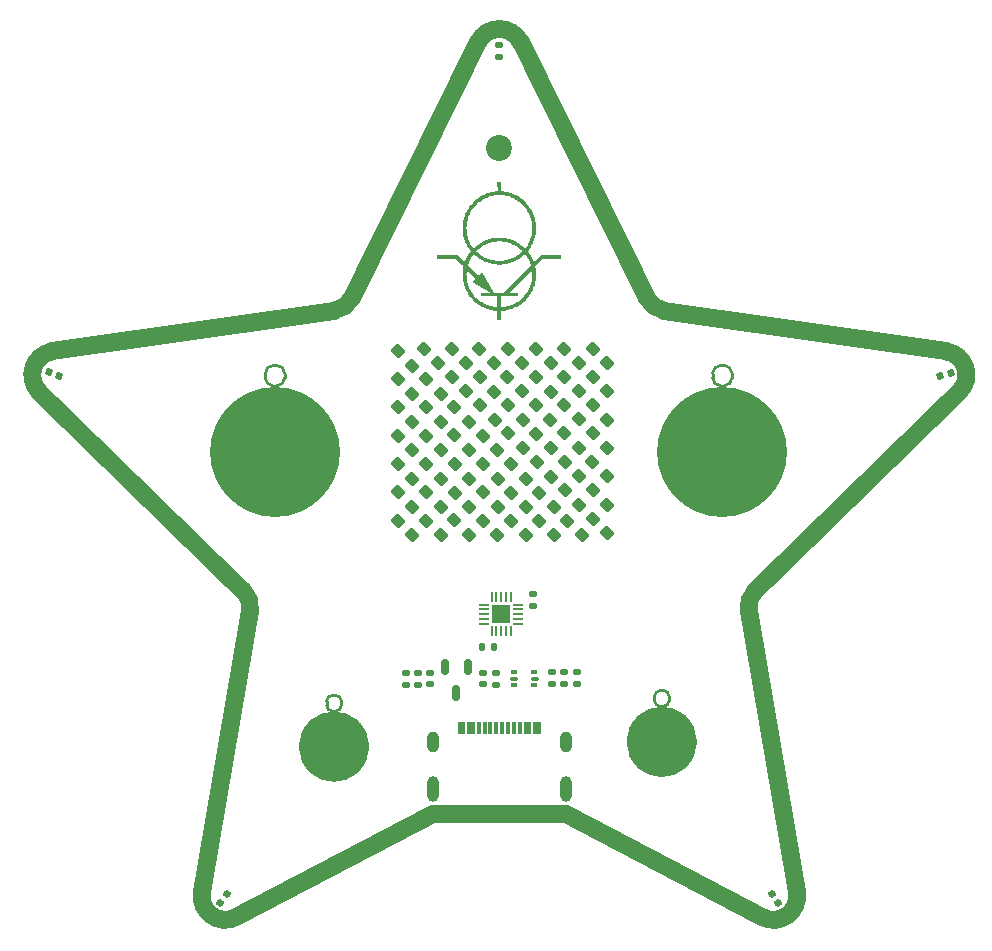
<source format=gbr>
%TF.GenerationSoftware,KiCad,Pcbnew,8.0.6*%
%TF.CreationDate,2024-11-25T17:42:41+01:00*%
%TF.ProjectId,star,73746172-2e6b-4696-9361-645f70636258,rev?*%
%TF.SameCoordinates,Original*%
%TF.FileFunction,Soldermask,Top*%
%TF.FilePolarity,Negative*%
%FSLAX46Y46*%
G04 Gerber Fmt 4.6, Leading zero omitted, Abs format (unit mm)*
G04 Created by KiCad (PCBNEW 8.0.6) date 2024-11-25 17:42:41*
%MOMM*%
%LPD*%
G01*
G04 APERTURE LIST*
G04 Aperture macros list*
%AMRoundRect*
0 Rectangle with rounded corners*
0 $1 Rounding radius*
0 $2 $3 $4 $5 $6 $7 $8 $9 X,Y pos of 4 corners*
0 Add a 4 corners polygon primitive as box body*
4,1,4,$2,$3,$4,$5,$6,$7,$8,$9,$2,$3,0*
0 Add four circle primitives for the rounded corners*
1,1,$1+$1,$2,$3*
1,1,$1+$1,$4,$5*
1,1,$1+$1,$6,$7*
1,1,$1+$1,$8,$9*
0 Add four rect primitives between the rounded corners*
20,1,$1+$1,$2,$3,$4,$5,0*
20,1,$1+$1,$4,$5,$6,$7,0*
20,1,$1+$1,$6,$7,$8,$9,0*
20,1,$1+$1,$8,$9,$2,$3,0*%
G04 Aperture macros list end*
%ADD10C,1.500000*%
%ADD11C,0.250000*%
%ADD12C,3.002104*%
%ADD13C,0.000000*%
%ADD14RoundRect,0.237500X0.371231X-0.035355X-0.035355X0.371231X-0.371231X0.035355X0.035355X-0.371231X0*%
%ADD15RoundRect,0.140000X0.185681X0.118417X-0.080615X0.204942X-0.185681X-0.118417X0.080615X-0.204942X0*%
%ADD16RoundRect,0.135000X0.185000X-0.135000X0.185000X0.135000X-0.185000X0.135000X-0.185000X-0.135000X0*%
%ADD17RoundRect,0.140000X-0.170000X0.140000X-0.170000X-0.140000X0.170000X-0.140000X0.170000X0.140000X0*%
%ADD18R,0.300000X1.100000*%
%ADD19O,1.000000X1.800000*%
%ADD20O,1.000000X2.200000*%
%ADD21O,11.010000X11.010000*%
%ADD22RoundRect,0.140000X-0.055243X0.213186X-0.219823X-0.013339X0.055243X-0.213186X0.219823X0.013339X0*%
%ADD23C,2.200000*%
%ADD24RoundRect,0.050000X0.375000X0.050000X-0.375000X0.050000X-0.375000X-0.050000X0.375000X-0.050000X0*%
%ADD25RoundRect,0.050000X0.050000X0.375000X-0.050000X0.375000X-0.050000X-0.375000X0.050000X-0.375000X0*%
%ADD26R,1.650000X1.650000*%
%ADD27RoundRect,0.140000X0.170000X-0.140000X0.170000X0.140000X-0.170000X0.140000X-0.170000X-0.140000X0*%
%ADD28RoundRect,0.093750X-0.156250X-0.093750X0.156250X-0.093750X0.156250X0.093750X-0.156250X0.093750X0*%
%ADD29RoundRect,0.075000X-0.250000X-0.075000X0.250000X-0.075000X0.250000X0.075000X-0.250000X0.075000X0*%
%ADD30RoundRect,0.135000X0.135000X0.185000X-0.135000X0.185000X-0.135000X-0.185000X0.135000X-0.185000X0*%
%ADD31RoundRect,0.150000X-0.150000X0.512500X-0.150000X-0.512500X0.150000X-0.512500X0.150000X0.512500X0*%
%ADD32RoundRect,0.140000X-0.219823X0.013339X-0.055243X-0.213186X0.219823X-0.013339X0.055243X0.213186X0*%
%ADD33RoundRect,0.140000X-0.080615X-0.204942X0.185681X-0.118417X0.080615X0.204942X-0.185681X0.118417X0*%
G04 APERTURE END LIST*
D10*
X161011162Y-93720518D02*
X137146810Y-90252824D01*
X161011162Y-93720518D02*
G75*
G02*
X162119525Y-97131840I-287662J-1979182D01*
G01*
D11*
X141225000Y-95937681D02*
X141225000Y-95587681D01*
X109800000Y-123325000D02*
X109800000Y-123675000D01*
D10*
X144275988Y-115734704D02*
G75*
G02*
X144851174Y-113964433I1971212J338104D01*
G01*
X100899622Y-141610463D02*
G75*
G02*
X97997609Y-139502198I-930822J1770163D01*
G01*
D11*
X137553553Y-122921447D02*
X137553553Y-123271447D01*
X141925000Y-96637681D02*
G75*
G02*
X141225019Y-95937681I0J699981D01*
G01*
D10*
X117550000Y-132855000D02*
X128790000Y-132855000D01*
X84230412Y-97131904D02*
X101498819Y-113964441D01*
D11*
X137053553Y-123771447D02*
X136803553Y-123771447D01*
X109300000Y-122825000D02*
G75*
G02*
X109800000Y-123325000I0J-500000D01*
G01*
X137553553Y-123271447D02*
G75*
G02*
X137053553Y-123771353I-499953J47D01*
G01*
X104300000Y-96637681D02*
X104050000Y-96637681D01*
D12*
X138427501Y-126771447D02*
G75*
G02*
X135425397Y-126771447I-1501052J0D01*
G01*
X135425397Y-126771447D02*
G75*
G02*
X138427501Y-126771447I1501052J0D01*
G01*
D10*
X135640935Y-89158742D02*
X124968472Y-67533971D01*
D11*
X103350000Y-95587681D02*
G75*
G02*
X104050000Y-94887700I700000J-19D01*
G01*
D10*
X137146810Y-90252824D02*
G75*
G02*
X135640975Y-89158723I287590J1979124D01*
G01*
X109203190Y-90252824D02*
X85338838Y-93720518D01*
D11*
X105000000Y-95587681D02*
X105000000Y-95937681D01*
X136803553Y-122421447D02*
X137053553Y-122421447D01*
X103350000Y-95937681D02*
X103350000Y-95587681D01*
D10*
X145450915Y-141611677D02*
X128790000Y-132855000D01*
X102074012Y-115734704D02*
X97997569Y-139502191D01*
X84230412Y-97131904D02*
G75*
G02*
X85338837Y-93720513I1396028J1432174D01*
G01*
D11*
X109050000Y-124175000D02*
G75*
G02*
X108550000Y-123675000I0J500000D01*
G01*
X109300000Y-124175000D02*
X109050000Y-124175000D01*
X108550000Y-123675000D02*
X108550000Y-123325000D01*
D10*
X117550000Y-132855000D02*
X100899622Y-141610463D01*
D11*
X142875000Y-95587681D02*
X142875000Y-95937681D01*
X142175000Y-96637681D02*
X141925000Y-96637681D01*
X104300000Y-94887681D02*
G75*
G02*
X105000019Y-95587681I0J-700019D01*
G01*
X104050000Y-96637681D02*
G75*
G02*
X103350019Y-95937681I0J699981D01*
G01*
D10*
X148352607Y-139503215D02*
G75*
G02*
X145450924Y-141611660I-1971207J-338085D01*
G01*
X148352607Y-139503215D02*
X144275988Y-115734704D01*
D11*
X137053553Y-122421447D02*
G75*
G02*
X137553553Y-122921447I47J-499953D01*
G01*
X109800000Y-123675000D02*
G75*
G02*
X109300000Y-124175000I-500000J0D01*
G01*
D10*
X110709065Y-89158742D02*
G75*
G02*
X109203188Y-90252813I-1793465J885142D01*
G01*
D11*
X136803553Y-123771447D02*
G75*
G02*
X136303553Y-123271447I47J500047D01*
G01*
X136303553Y-122921447D02*
G75*
G02*
X136803553Y-122421353I500047J47D01*
G01*
D10*
X101498819Y-113964441D02*
G75*
G02*
X102073973Y-115734697I-1396119J-1432159D01*
G01*
X162119588Y-97131904D02*
X144851181Y-113964441D01*
X121381528Y-67533972D02*
G75*
G02*
X124968472Y-67533971I1793472J-885128D01*
G01*
D11*
X108550000Y-123325000D02*
G75*
G02*
X109050000Y-122825000I500000J0D01*
G01*
X105000000Y-95937681D02*
G75*
G02*
X104300000Y-96637700I-700000J-19D01*
G01*
D13*
G36*
X126283811Y-83385644D02*
G01*
X126275249Y-83518536D01*
X126261051Y-83650579D01*
X126241280Y-83781601D01*
X126215994Y-83911434D01*
X126185255Y-84039906D01*
X126149122Y-84166848D01*
X126107657Y-84292090D01*
X126060919Y-84415461D01*
X126008970Y-84536791D01*
X125951869Y-84655912D01*
X125889677Y-84772650D01*
X125822453Y-84886839D01*
X125750260Y-84998306D01*
X125673156Y-85106881D01*
X125591202Y-85212396D01*
X125587797Y-85216602D01*
X125591202Y-85220793D01*
X125632448Y-85272731D01*
X125672547Y-85325495D01*
X125711487Y-85379064D01*
X125749257Y-85433419D01*
X125785846Y-85488539D01*
X125821241Y-85544408D01*
X125855435Y-85601003D01*
X125888413Y-85658305D01*
X125920167Y-85716295D01*
X125950684Y-85774955D01*
X125979954Y-85834263D01*
X126007964Y-85894199D01*
X126034705Y-85954746D01*
X126060167Y-86015882D01*
X126084336Y-86077590D01*
X126107203Y-86139849D01*
X126109037Y-86144989D01*
X126710003Y-85544022D01*
X128414922Y-85544022D01*
X128414922Y-85871445D01*
X126845621Y-85871445D01*
X126311924Y-86405143D01*
X126212273Y-86504793D01*
X126213435Y-86510114D01*
X126230560Y-86592957D01*
X126245419Y-86676189D01*
X126258005Y-86759764D01*
X126268314Y-86843634D01*
X126276341Y-86927752D01*
X126282082Y-87012073D01*
X126285528Y-87096549D01*
X126286679Y-87181132D01*
X126282924Y-87335149D01*
X126271771Y-87487295D01*
X126253392Y-87637392D01*
X126227957Y-87785258D01*
X126195637Y-87930713D01*
X126156604Y-88073577D01*
X126111030Y-88213667D01*
X126059082Y-88350806D01*
X126000935Y-88484810D01*
X125936758Y-88615503D01*
X125866721Y-88742700D01*
X125790997Y-88866223D01*
X125709756Y-88985891D01*
X125623169Y-89101523D01*
X125531408Y-89212939D01*
X125434642Y-89319958D01*
X125333043Y-89422401D01*
X125226782Y-89520085D01*
X125116028Y-89612832D01*
X125000955Y-89700460D01*
X124881734Y-89782788D01*
X124758533Y-89859638D01*
X124631524Y-89930826D01*
X124500878Y-89996174D01*
X124366769Y-90055502D01*
X124229363Y-90108627D01*
X124088834Y-90155372D01*
X123945353Y-90195551D01*
X123799089Y-90228989D01*
X123650215Y-90255504D01*
X123498902Y-90274913D01*
X123345317Y-90287038D01*
X123339882Y-90287332D01*
X123339882Y-91028339D01*
X123012463Y-91028339D01*
X123012463Y-90287332D01*
X123007043Y-90287038D01*
X122853459Y-90274913D01*
X122702143Y-90255504D01*
X122553268Y-90228990D01*
X122407003Y-90195554D01*
X122263520Y-90155373D01*
X122122990Y-90108630D01*
X121985584Y-90055505D01*
X121851472Y-89996177D01*
X121720826Y-89930830D01*
X121593818Y-89859640D01*
X121470617Y-89782792D01*
X121351393Y-89700463D01*
X121236320Y-89612835D01*
X121125567Y-89520089D01*
X121019305Y-89422403D01*
X120917705Y-89319961D01*
X120820939Y-89212941D01*
X120729176Y-89101525D01*
X120642590Y-88985892D01*
X120561348Y-88866224D01*
X120485624Y-88742702D01*
X120415587Y-88615504D01*
X120351411Y-88484813D01*
X120293263Y-88350806D01*
X120241316Y-88213668D01*
X120195740Y-88073577D01*
X120156708Y-87930713D01*
X120124389Y-87785258D01*
X120098954Y-87637392D01*
X120080574Y-87487295D01*
X120069422Y-87335149D01*
X120065666Y-87181132D01*
X120393088Y-87181132D01*
X120396419Y-87318322D01*
X120406312Y-87453863D01*
X120422617Y-87587592D01*
X120445184Y-87719352D01*
X120473861Y-87848982D01*
X120508496Y-87976321D01*
X120548942Y-88101211D01*
X120595047Y-88223489D01*
X120646659Y-88342997D01*
X120703630Y-88459575D01*
X120765806Y-88573063D01*
X120833039Y-88683301D01*
X120905178Y-88790129D01*
X120982072Y-88893387D01*
X121063571Y-88992914D01*
X121149524Y-89088551D01*
X121239781Y-89180137D01*
X121334189Y-89267513D01*
X121432600Y-89350519D01*
X121534864Y-89428995D01*
X121640828Y-89502781D01*
X121750341Y-89571717D01*
X121863256Y-89635643D01*
X121979420Y-89694397D01*
X122098682Y-89747822D01*
X122220892Y-89795756D01*
X122345900Y-89838041D01*
X122473555Y-89874515D01*
X122603707Y-89905019D01*
X122736203Y-89929393D01*
X122870896Y-89947476D01*
X123007633Y-89959111D01*
X123012463Y-89959403D01*
X123012463Y-89063808D01*
X123339882Y-89063808D01*
X123339882Y-89959403D01*
X123344729Y-89959107D01*
X123481466Y-89947474D01*
X123616157Y-89929391D01*
X123748653Y-89905016D01*
X123878805Y-89874512D01*
X124006459Y-89838038D01*
X124131467Y-89795753D01*
X124253678Y-89747818D01*
X124372940Y-89694394D01*
X124489102Y-89635638D01*
X124602016Y-89571714D01*
X124711530Y-89502778D01*
X124817493Y-89428992D01*
X124919754Y-89350516D01*
X125018166Y-89267510D01*
X125112573Y-89180134D01*
X125202828Y-89088548D01*
X125288781Y-88992911D01*
X125370279Y-88893383D01*
X125447172Y-88790126D01*
X125519310Y-88683300D01*
X125586543Y-88573062D01*
X125648720Y-88459574D01*
X125705689Y-88342996D01*
X125757301Y-88223488D01*
X125803405Y-88101210D01*
X125843850Y-87976320D01*
X125878485Y-87848982D01*
X125907162Y-87719352D01*
X125929728Y-87587592D01*
X125946033Y-87453863D01*
X125955927Y-87318322D01*
X125959257Y-87181132D01*
X125958827Y-87132169D01*
X125957536Y-87083233D01*
X125955385Y-87034335D01*
X125952376Y-86985487D01*
X125948506Y-86936699D01*
X125943779Y-86887983D01*
X125938196Y-86839350D01*
X125931754Y-86790813D01*
X125931065Y-86786000D01*
X123980680Y-88736386D01*
X124715054Y-88736386D01*
X124715054Y-89063808D01*
X123339882Y-89063808D01*
X123012463Y-89063808D01*
X121637290Y-89063808D01*
X121637290Y-88736386D01*
X122459005Y-88736386D01*
X120843030Y-87877166D01*
X121177738Y-87542459D01*
X120421279Y-86785999D01*
X120420591Y-86790813D01*
X120414149Y-86839350D01*
X120408565Y-86887983D01*
X120403838Y-86936699D01*
X120399969Y-86985487D01*
X120396959Y-87034335D01*
X120394809Y-87083233D01*
X120393518Y-87132169D01*
X120393088Y-87181132D01*
X120065666Y-87181132D01*
X120066816Y-87096543D01*
X120070264Y-87012066D01*
X120076003Y-86927745D01*
X120084030Y-86843627D01*
X120094339Y-86759759D01*
X120106926Y-86676186D01*
X120121785Y-86592956D01*
X120138911Y-86510114D01*
X120140072Y-86504793D01*
X120040422Y-86405143D01*
X120503461Y-86405143D01*
X121409257Y-87310939D01*
X121743965Y-86976232D01*
X122679851Y-88736386D01*
X123517640Y-88736386D01*
X125848883Y-86405143D01*
X125847525Y-86400477D01*
X125828200Y-86337152D01*
X125807397Y-86274367D01*
X125785125Y-86212148D01*
X125761399Y-86150518D01*
X125736232Y-86089502D01*
X125709638Y-86029125D01*
X125681626Y-85969413D01*
X125652211Y-85910389D01*
X125621407Y-85852079D01*
X125589224Y-85794507D01*
X125555677Y-85737698D01*
X125520779Y-85681677D01*
X125484539Y-85626468D01*
X125446975Y-85572096D01*
X125408097Y-85518588D01*
X125367917Y-85465965D01*
X125364954Y-85462167D01*
X125361074Y-85465998D01*
X125249593Y-85570738D01*
X125133607Y-85669461D01*
X125013365Y-85762065D01*
X124889117Y-85848447D01*
X124761110Y-85928505D01*
X124629593Y-86002138D01*
X124494815Y-86069242D01*
X124357027Y-86129717D01*
X124216475Y-86183460D01*
X124073410Y-86230368D01*
X123928080Y-86270340D01*
X123780735Y-86303273D01*
X123631622Y-86329066D01*
X123480990Y-86347615D01*
X123329091Y-86358820D01*
X123176172Y-86362577D01*
X123023254Y-86358820D01*
X122871354Y-86347615D01*
X122720724Y-86329066D01*
X122571612Y-86303273D01*
X122424267Y-86270340D01*
X122278939Y-86230368D01*
X122135875Y-86183460D01*
X121995324Y-86129717D01*
X121857535Y-86069242D01*
X121722759Y-86002138D01*
X121591242Y-85928505D01*
X121463235Y-85848447D01*
X121338985Y-85762065D01*
X121218741Y-85669462D01*
X121102755Y-85570739D01*
X120991271Y-85465999D01*
X120987391Y-85462168D01*
X120984395Y-85465999D01*
X120944219Y-85518618D01*
X120905343Y-85572124D01*
X120867782Y-85626493D01*
X120831546Y-85681700D01*
X120796650Y-85737719D01*
X120763106Y-85794527D01*
X120730925Y-85852097D01*
X120700123Y-85910406D01*
X120670710Y-85969428D01*
X120642701Y-86029139D01*
X120616107Y-86089514D01*
X120590941Y-86150528D01*
X120567218Y-86212157D01*
X120544947Y-86274374D01*
X120524144Y-86337156D01*
X120504819Y-86400478D01*
X120503461Y-86405143D01*
X120040422Y-86405143D01*
X119506723Y-85871445D01*
X117937424Y-85871445D01*
X117937424Y-85544022D01*
X119642341Y-85544022D01*
X120231226Y-86132907D01*
X120233060Y-86127815D01*
X120256189Y-86065642D01*
X120280619Y-86004026D01*
X120306337Y-85942985D01*
X120333335Y-85882540D01*
X120361599Y-85822710D01*
X120391120Y-85763515D01*
X120421885Y-85704973D01*
X120453884Y-85647105D01*
X120487105Y-85589931D01*
X120521538Y-85533469D01*
X120557171Y-85477738D01*
X120593994Y-85422760D01*
X120631995Y-85368553D01*
X120671163Y-85315137D01*
X120711487Y-85262532D01*
X120748275Y-85216602D01*
X121204832Y-85216602D01*
X121208270Y-85220056D01*
X121308272Y-85315215D01*
X121412405Y-85404919D01*
X121520438Y-85489076D01*
X121632146Y-85567588D01*
X121747300Y-85640363D01*
X121865671Y-85707306D01*
X121987032Y-85768322D01*
X122111154Y-85823316D01*
X122237810Y-85872194D01*
X122366770Y-85914862D01*
X122497808Y-85951224D01*
X122630696Y-85981188D01*
X122765204Y-86004657D01*
X122901104Y-86021538D01*
X123038170Y-86031736D01*
X123176172Y-86035156D01*
X123314174Y-86031736D01*
X123451240Y-86021538D01*
X123587141Y-86004657D01*
X123721649Y-85981187D01*
X123854536Y-85951224D01*
X123985574Y-85914861D01*
X124114535Y-85872193D01*
X124241190Y-85823313D01*
X124365313Y-85768319D01*
X124486674Y-85707302D01*
X124605045Y-85640358D01*
X124720199Y-85567582D01*
X124831907Y-85489067D01*
X124939940Y-85404909D01*
X125044073Y-85315201D01*
X125144075Y-85220039D01*
X125147512Y-85216602D01*
X125144075Y-85213147D01*
X125044073Y-85117989D01*
X124939940Y-85028284D01*
X124831907Y-84944128D01*
X124720199Y-84865614D01*
X124605045Y-84792840D01*
X124486674Y-84725898D01*
X124365313Y-84664882D01*
X124241190Y-84609888D01*
X124114535Y-84561010D01*
X123985575Y-84518342D01*
X123854536Y-84481980D01*
X123721649Y-84452016D01*
X123587141Y-84428547D01*
X123451240Y-84411666D01*
X123314174Y-84401468D01*
X123176172Y-84398047D01*
X123038170Y-84401468D01*
X122901104Y-84411666D01*
X122765203Y-84428547D01*
X122630692Y-84452017D01*
X122497805Y-84481980D01*
X122366765Y-84518342D01*
X122237803Y-84561011D01*
X122111146Y-84609890D01*
X121987023Y-84664885D01*
X121865660Y-84725901D01*
X121747288Y-84792845D01*
X121632132Y-84865621D01*
X121520424Y-84944137D01*
X121412388Y-85028295D01*
X121308256Y-85118002D01*
X121208254Y-85213165D01*
X121204832Y-85216602D01*
X120748275Y-85216602D01*
X120752956Y-85210758D01*
X120756410Y-85206551D01*
X120752989Y-85202310D01*
X120671969Y-85097125D01*
X120595748Y-84988932D01*
X120524387Y-84877899D01*
X120457944Y-84764192D01*
X120396477Y-84647979D01*
X120340046Y-84529429D01*
X120288709Y-84408706D01*
X120242526Y-84285979D01*
X120201556Y-84161415D01*
X120165857Y-84035182D01*
X120135489Y-83907445D01*
X120110510Y-83778372D01*
X120090979Y-83648132D01*
X120076955Y-83516890D01*
X120068499Y-83384814D01*
X120065666Y-83252072D01*
X120393088Y-83252072D01*
X120395519Y-83368408D01*
X120402781Y-83484185D01*
X120414825Y-83599259D01*
X120431601Y-83713491D01*
X120453062Y-83826738D01*
X120479159Y-83938861D01*
X120509844Y-84049719D01*
X120545066Y-84159169D01*
X120584779Y-84267071D01*
X120628932Y-84373285D01*
X120677478Y-84477670D01*
X120730369Y-84580082D01*
X120787554Y-84680383D01*
X120848986Y-84778432D01*
X120914615Y-84874086D01*
X120984395Y-84967205D01*
X120987391Y-84971036D01*
X120991255Y-84967221D01*
X121102735Y-84862482D01*
X121218721Y-84763759D01*
X121338963Y-84671154D01*
X121463214Y-84584771D01*
X121591222Y-84504711D01*
X121722740Y-84431077D01*
X121857519Y-84363970D01*
X121995310Y-84303495D01*
X122135863Y-84249751D01*
X122278929Y-84202841D01*
X122424261Y-84162867D01*
X122571608Y-84129933D01*
X122720722Y-84104139D01*
X122871353Y-84085589D01*
X123023253Y-84074383D01*
X123176172Y-84070626D01*
X123329091Y-84074383D01*
X123480990Y-84085589D01*
X123631621Y-84104138D01*
X123780733Y-84129931D01*
X123928077Y-84162864D01*
X124073405Y-84202836D01*
X124216470Y-84249744D01*
X124357020Y-84303486D01*
X124494809Y-84363961D01*
X124629585Y-84431066D01*
X124761102Y-84504699D01*
X124889110Y-84584757D01*
X125013360Y-84671139D01*
X125133603Y-84763742D01*
X125249591Y-84862465D01*
X125361074Y-84967205D01*
X125364954Y-84971036D01*
X125367934Y-84967221D01*
X125437715Y-84874105D01*
X125503348Y-84778453D01*
X125564781Y-84680405D01*
X125621969Y-84580105D01*
X125674860Y-84477693D01*
X125723409Y-84373308D01*
X125767563Y-84267093D01*
X125807276Y-84159190D01*
X125842500Y-84049738D01*
X125873185Y-83938879D01*
X125899282Y-83826754D01*
X125920743Y-83713502D01*
X125937520Y-83599268D01*
X125949564Y-83484190D01*
X125956825Y-83368411D01*
X125959257Y-83252072D01*
X125955636Y-83108855D01*
X125944888Y-82967518D01*
X125927190Y-82828236D01*
X125902714Y-82691185D01*
X125871638Y-82556537D01*
X125834135Y-82424469D01*
X125790380Y-82295155D01*
X125740548Y-82168772D01*
X125684813Y-82045492D01*
X125623353Y-81925490D01*
X125556339Y-81808943D01*
X125483948Y-81696025D01*
X125406354Y-81586909D01*
X125323733Y-81481774D01*
X125236259Y-81380790D01*
X125144108Y-81284135D01*
X125047453Y-81191984D01*
X124946470Y-81104509D01*
X124841333Y-81021889D01*
X124732218Y-80944295D01*
X124619299Y-80871904D01*
X124502753Y-80804891D01*
X124382752Y-80743429D01*
X124259471Y-80687696D01*
X124133087Y-80637863D01*
X124003773Y-80594108D01*
X123871706Y-80556605D01*
X123737058Y-80525528D01*
X123600007Y-80501053D01*
X123460725Y-80483355D01*
X123319388Y-80472607D01*
X123176172Y-80468986D01*
X123032956Y-80472607D01*
X122891620Y-80483355D01*
X122752338Y-80501053D01*
X122615287Y-80525528D01*
X122480639Y-80556605D01*
X122348571Y-80594108D01*
X122219257Y-80637863D01*
X122092874Y-80687696D01*
X121969593Y-80743429D01*
X121849592Y-80804891D01*
X121733045Y-80871904D01*
X121620127Y-80944295D01*
X121511011Y-81021889D01*
X121405874Y-81104509D01*
X121304892Y-81191984D01*
X121208237Y-81284135D01*
X121116085Y-81380790D01*
X121028611Y-81481774D01*
X120945990Y-81586909D01*
X120868397Y-81696025D01*
X120796006Y-81808943D01*
X120728991Y-81925490D01*
X120667531Y-82045492D01*
X120611797Y-82168772D01*
X120561965Y-82295155D01*
X120518211Y-82424469D01*
X120480706Y-82556537D01*
X120449630Y-82691185D01*
X120425155Y-82828236D01*
X120407456Y-82967518D01*
X120396709Y-83108855D01*
X120393088Y-83252072D01*
X120065666Y-83252072D01*
X120069441Y-83097643D01*
X120080651Y-82945100D01*
X120099125Y-82794622D01*
X120124689Y-82646393D01*
X120157171Y-82500594D01*
X120196397Y-82357404D01*
X120242197Y-82217008D01*
X120294397Y-82079585D01*
X120352823Y-81945318D01*
X120417305Y-81814387D01*
X120487670Y-81686974D01*
X120563745Y-81563263D01*
X120645356Y-81443432D01*
X120732333Y-81327665D01*
X120824503Y-81216141D01*
X120921692Y-81109044D01*
X121023728Y-81006555D01*
X121130439Y-80908855D01*
X121241652Y-80816125D01*
X121357194Y-80728547D01*
X121476894Y-80646304D01*
X121600578Y-80569574D01*
X121728073Y-80498543D01*
X121859208Y-80433389D01*
X121993810Y-80374295D01*
X122131706Y-80321442D01*
X122272725Y-80275013D01*
X122416692Y-80235186D01*
X122563435Y-80202147D01*
X122712783Y-80176075D01*
X122864563Y-80157151D01*
X123018601Y-80145558D01*
X123024020Y-80145280D01*
X123012708Y-79404865D01*
X123339882Y-79404865D01*
X123339882Y-80145869D01*
X123345301Y-80146165D01*
X123498886Y-80158290D01*
X123650201Y-80177699D01*
X123799077Y-80204214D01*
X123945342Y-80237652D01*
X124088824Y-80277832D01*
X124229354Y-80324576D01*
X124366760Y-80377701D01*
X124500872Y-80437029D01*
X124631518Y-80502378D01*
X124758526Y-80573566D01*
X124881728Y-80650416D01*
X125000951Y-80732744D01*
X125116025Y-80820372D01*
X125226778Y-80913119D01*
X125333039Y-81010803D01*
X125434640Y-81113246D01*
X125531406Y-81220265D01*
X125623168Y-81331681D01*
X125709755Y-81447313D01*
X125790997Y-81566981D01*
X125866721Y-81690503D01*
X125936757Y-81817701D01*
X126000935Y-81948394D01*
X126059082Y-82082398D01*
X126111030Y-82219537D01*
X126156604Y-82359627D01*
X126195637Y-82502491D01*
X126227957Y-82647945D01*
X126253392Y-82795812D01*
X126271771Y-82945909D01*
X126282924Y-83098055D01*
X126286679Y-83252072D01*
X126283811Y-83385644D01*
G37*
D12*
X110673948Y-127175000D02*
G75*
G02*
X107671844Y-127175000I-1501052J0D01*
G01*
X107671844Y-127175000D02*
G75*
G02*
X110673948Y-127175000I1501052J0D01*
G01*
D11*
X141925000Y-94887681D02*
X142175000Y-94887681D01*
X142875000Y-95937681D02*
G75*
G02*
X142175000Y-96637700I-700000J-19D01*
G01*
D10*
X121381528Y-67533972D02*
X110709065Y-89158742D01*
D11*
X142175000Y-94887681D02*
G75*
G02*
X142875019Y-95587681I0J-700019D01*
G01*
X104050000Y-94887681D02*
X104300000Y-94887681D01*
X141225000Y-95587681D02*
G75*
G02*
X141925000Y-94887700I700000J-19D01*
G01*
X109050000Y-122825000D02*
X109300000Y-122825000D01*
X136303553Y-123271447D02*
X136303553Y-122921447D01*
D14*
%TO.C,D22*%
X120378718Y-94723718D03*
X119141282Y-93486282D03*
%TD*%
D15*
%TO.C,C8*%
X85926507Y-95788328D03*
X85013493Y-95491672D03*
%TD*%
D14*
%TO.C,D42*%
X129903718Y-99478718D03*
X128666282Y-98241282D03*
%TD*%
%TO.C,D36*%
X132313718Y-94728718D03*
X131076282Y-93491282D03*
%TD*%
%TO.C,D75*%
X125413718Y-106898718D03*
X124176282Y-105661282D03*
%TD*%
%TO.C,D72*%
X127788718Y-106903718D03*
X126551282Y-105666282D03*
%TD*%
%TO.C,D48*%
X125178718Y-101893718D03*
X123941282Y-100656282D03*
%TD*%
%TO.C,D69*%
X129943718Y-106708718D03*
X128706282Y-105471282D03*
%TD*%
D16*
%TO.C,R15*%
X122850000Y-121960000D03*
X122850000Y-120940000D03*
%TD*%
D14*
%TO.C,D60*%
X118198718Y-109273718D03*
X116961282Y-108036282D03*
%TD*%
%TO.C,D63*%
X115818718Y-106893718D03*
X114581282Y-105656282D03*
%TD*%
%TO.C,D24*%
X122708718Y-94723718D03*
X121471282Y-93486282D03*
%TD*%
%TO.C,D58*%
X118223718Y-104493718D03*
X116986282Y-103256282D03*
%TD*%
%TO.C,D49*%
X123003718Y-102083718D03*
X121766282Y-100846282D03*
%TD*%
%TO.C,D25*%
X120363718Y-97098718D03*
X119126282Y-95861282D03*
%TD*%
%TO.C,D56*%
X120573718Y-109263718D03*
X119336282Y-108026282D03*
%TD*%
D17*
%TO.C,C3*%
X117305000Y-120950000D03*
X117305000Y-121910000D03*
%TD*%
D14*
%TO.C,D61*%
X115818718Y-102088718D03*
X114581282Y-100851282D03*
%TD*%
D18*
%TO.C,J2*%
X119820000Y-125605000D03*
X120620000Y-125605000D03*
X121920000Y-125605000D03*
X122920000Y-125605000D03*
X123420000Y-125605000D03*
X124420000Y-125605000D03*
X125720000Y-125605000D03*
X126520000Y-125605000D03*
X126220000Y-125605000D03*
X125420000Y-125605000D03*
X124920000Y-125605000D03*
X123920000Y-125605000D03*
X122420000Y-125605000D03*
X121420000Y-125605000D03*
X120920000Y-125605000D03*
X120120000Y-125605000D03*
D19*
X117550000Y-126755000D03*
D20*
X117550000Y-130755000D03*
D19*
X128790000Y-126755000D03*
D20*
X128790000Y-130755000D03*
%TD*%
D14*
%TO.C,D46*%
X129903718Y-101888718D03*
X128666282Y-100651282D03*
%TD*%
%TO.C,D40*%
X125083718Y-97098718D03*
X123846282Y-95861282D03*
%TD*%
D21*
%TO.C,J4*%
X104175000Y-102259700D03*
%TD*%
D14*
%TO.C,D54*%
X120623718Y-104483718D03*
X119386282Y-103246282D03*
%TD*%
%TO.C,D57*%
X118223718Y-102078718D03*
X116986282Y-100841282D03*
%TD*%
%TO.C,D76*%
X125413718Y-109288718D03*
X124176282Y-108051282D03*
%TD*%
D22*
%TO.C,C5*%
X100092137Y-139636672D03*
X99527863Y-140413328D03*
%TD*%
D14*
%TO.C,D66*%
X132318718Y-106688718D03*
X131081282Y-105451282D03*
%TD*%
%TO.C,D43*%
X127503718Y-99493718D03*
X126266282Y-98256282D03*
%TD*%
%TO.C,D67*%
X132318718Y-109103718D03*
X131081282Y-107866282D03*
%TD*%
%TO.C,D74*%
X125413718Y-104508718D03*
X124176282Y-103271282D03*
%TD*%
%TO.C,D27*%
X122778718Y-99498718D03*
X121541282Y-98261282D03*
%TD*%
%TO.C,D30*%
X120613718Y-99698718D03*
X119376282Y-98461282D03*
%TD*%
%TO.C,D41*%
X132303718Y-99488718D03*
X131066282Y-98251282D03*
%TD*%
%TO.C,D34*%
X127508718Y-94728718D03*
X126271282Y-93491282D03*
%TD*%
%TO.C,D44*%
X125153718Y-99508718D03*
X123916282Y-98271282D03*
%TD*%
%TO.C,D64*%
X115818718Y-109283718D03*
X114581282Y-108046282D03*
%TD*%
D23*
%TO.C,REF\u002A\u002A*%
X123175000Y-76450000D03*
%TD*%
D14*
%TO.C,D33*%
X129918718Y-94728718D03*
X128681282Y-93491282D03*
%TD*%
D16*
%TO.C,R1*%
X116300000Y-121955000D03*
X116300000Y-120935000D03*
%TD*%
D24*
%TO.C,U1*%
X124775000Y-116760000D03*
X124775000Y-116360000D03*
X124775000Y-115960000D03*
X124775000Y-115560000D03*
X124775000Y-115160000D03*
D25*
X124125000Y-114510000D03*
X123725000Y-114510000D03*
X123325000Y-114510000D03*
X122925000Y-114510000D03*
X122525000Y-114510000D03*
D24*
X121875000Y-115160000D03*
X121875000Y-115560000D03*
X121875000Y-115960000D03*
X121875000Y-116360000D03*
X121875000Y-116760000D03*
D25*
X122525000Y-117410000D03*
X122925000Y-117410000D03*
X123325000Y-117410000D03*
X123725000Y-117410000D03*
X124125000Y-117410000D03*
D26*
X123325000Y-115960000D03*
%TD*%
D14*
%TO.C,D55*%
X120623718Y-106898718D03*
X119386282Y-105661282D03*
%TD*%
%TO.C,D52*%
X122998718Y-109278718D03*
X121761282Y-108041282D03*
%TD*%
%TO.C,D47*%
X127553718Y-101903718D03*
X126316282Y-100666282D03*
%TD*%
%TO.C,D28*%
X118213718Y-97293718D03*
X116976282Y-96056282D03*
%TD*%
%TO.C,D38*%
X129883718Y-97093718D03*
X128646282Y-95856282D03*
%TD*%
%TO.C,D23*%
X122743718Y-97113718D03*
X121506282Y-95876282D03*
%TD*%
%TO.C,D31*%
X118208718Y-99688718D03*
X116971282Y-98451282D03*
%TD*%
%TO.C,D21*%
X118013718Y-94723718D03*
X116776282Y-93486282D03*
%TD*%
%TO.C,D29*%
X115813718Y-97283718D03*
X114576282Y-96046282D03*
%TD*%
%TO.C,D68*%
X129943718Y-104293718D03*
X128706282Y-103056282D03*
%TD*%
%TO.C,D50*%
X123028718Y-104498718D03*
X121791282Y-103261282D03*
%TD*%
D17*
%TO.C,C4*%
X125995000Y-114270000D03*
X125995000Y-115230000D03*
%TD*%
D21*
%TO.C,J3*%
X142050000Y-102259700D03*
%TD*%
D14*
%TO.C,D73*%
X127788718Y-109293718D03*
X126551282Y-108056282D03*
%TD*%
%TO.C,D53*%
X120598718Y-102068718D03*
X119361282Y-100831282D03*
%TD*%
D27*
%TO.C,C1*%
X123170000Y-68765000D03*
X123170000Y-67805000D03*
%TD*%
D14*
%TO.C,D39*%
X127508718Y-97108718D03*
X126271282Y-95871282D03*
%TD*%
%TO.C,D62*%
X115818718Y-104503718D03*
X114581282Y-103266282D03*
%TD*%
D28*
%TO.C,U4*%
X124450000Y-120872500D03*
D29*
X124375000Y-121410000D03*
D28*
X124450000Y-121947500D03*
X126150000Y-121947500D03*
D29*
X126225000Y-121410000D03*
D28*
X126150000Y-120872500D03*
%TD*%
D14*
%TO.C,D51*%
X123023718Y-106888718D03*
X121786282Y-105651282D03*
%TD*%
D16*
%TO.C,R16*%
X129715000Y-121885000D03*
X129715000Y-120865000D03*
%TD*%
D30*
%TO.C,R17*%
X122735000Y-118719369D03*
X121715000Y-118719369D03*
%TD*%
D16*
%TO.C,R19*%
X128687500Y-121885000D03*
X128687500Y-120865000D03*
%TD*%
D14*
%TO.C,D26*%
X115813718Y-94913718D03*
X114576282Y-93676282D03*
%TD*%
%TO.C,D35*%
X125123718Y-94728718D03*
X123886282Y-93491282D03*
%TD*%
%TO.C,D71*%
X127588718Y-104313718D03*
X126351282Y-103076282D03*
%TD*%
%TO.C,D65*%
X132293718Y-104273718D03*
X131056282Y-103036282D03*
%TD*%
%TO.C,D59*%
X118208718Y-106888718D03*
X116971282Y-105651282D03*
%TD*%
D27*
%TO.C,C2*%
X121780000Y-121915000D03*
X121780000Y-120955000D03*
%TD*%
D31*
%TO.C,U3*%
X120485000Y-120397500D03*
X118585000Y-120397500D03*
X119535000Y-122672500D03*
%TD*%
D16*
%TO.C,R2*%
X115295000Y-121960000D03*
X115295000Y-120940000D03*
%TD*%
D14*
%TO.C,D45*%
X132303718Y-101873718D03*
X131066282Y-100636282D03*
%TD*%
D32*
%TO.C,C6*%
X146227863Y-139616672D03*
X146792137Y-140393328D03*
%TD*%
D14*
%TO.C,D32*%
X115808718Y-99678718D03*
X114571282Y-98441282D03*
%TD*%
D16*
%TO.C,R20*%
X127660000Y-121885000D03*
X127660000Y-120865000D03*
%TD*%
D14*
%TO.C,D37*%
X132308718Y-97103718D03*
X131071282Y-95866282D03*
%TD*%
%TO.C,D70*%
X130168718Y-109298718D03*
X128931282Y-108061282D03*
%TD*%
D33*
%TO.C,C7*%
X160478493Y-95798328D03*
X161391507Y-95501672D03*
%TD*%
M02*

</source>
